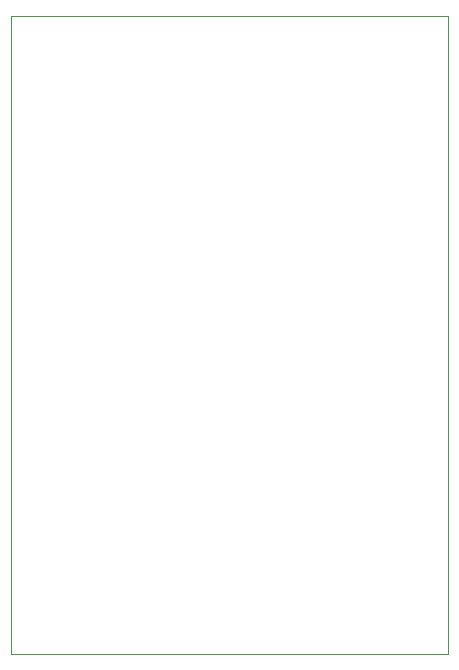
<source format=gbr>
G04 #@! TF.GenerationSoftware,KiCad,Pcbnew,(5.1.4)-1*
G04 #@! TF.CreationDate,2020-01-04T22:14:38+00:00*
G04 #@! TF.ProjectId,SPS-SN2-IOTester,5350532d-534e-4322-9d49-4f5465737465,1*
G04 #@! TF.SameCoordinates,Original*
G04 #@! TF.FileFunction,Profile,NP*
%FSLAX46Y46*%
G04 Gerber Fmt 4.6, Leading zero omitted, Abs format (unit mm)*
G04 Created by KiCad (PCBNEW (5.1.4)-1) date 2020-01-04 22:14:38*
%MOMM*%
%LPD*%
G04 APERTURE LIST*
%ADD10C,0.050000*%
G04 APERTURE END LIST*
D10*
X117750000Y-89250000D02*
X117750000Y-35250000D01*
X80750000Y-89250000D02*
X117750000Y-89250000D01*
X80750000Y-35250000D02*
X80750000Y-89250000D01*
X117750000Y-35250000D02*
X80750000Y-35250000D01*
M02*

</source>
